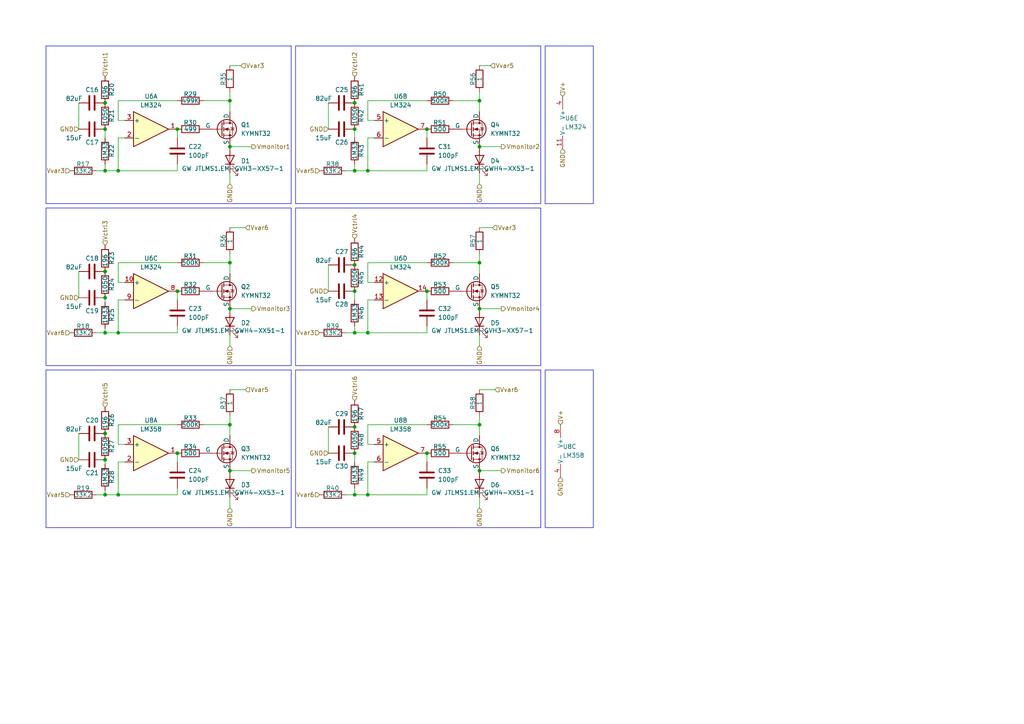
<source format=kicad_sch>
(kicad_sch (version 20240417) (generator "eeschema") (generator_version "8.99")
  (paper "A4")
  (lib_symbols
    (symbol "Amplifier_Operational:LM324" (pin_names (offset 0.127))
      (property "Reference" "U" (at 0 5.08 0))
      (property "Value" "LM324" (at 0 -5.08 0))
      (symbol "LM324_1_1"
        (pin output line (at 7.62 0 180) (length 2.54) (name "~") (number "1"))
        (pin input line (at -7.62 -2.54 0) (length 2.54) (name "-") (number "2"))
        (pin input line (at -7.62 2.54 0) (length 2.54) (name "+") (number "3"))
      )
      (symbol "LM324_2_1"
        (pin input line (at -7.62 2.54 0) (length 2.54) (name "+") (number "5"))
        (pin input line (at -7.62 -2.54 0) (length 2.54) (name "-") (number "6"))
        (pin output line (at 7.62 0 180) (length 2.54) (name "~") (number "7"))
      )
      (symbol "LM324_3_1"
        (pin input line (at -7.62 2.54 0) (length 2.54) (name "+") (number "10"))
        (pin output line (at 7.62 0 180) (length 2.54) (name "~") (number "8"))
        (pin input line (at -7.62 -2.54 0) (length 2.54) (name "-") (number "9"))
      )
      (symbol "LM324_4_1"
        (pin input line (at -7.62 2.54 0) (length 2.54) (name "+") (number "12"))
        (pin input line (at -7.62 -2.54 0) (length 2.54) (name "-") (number "13"))
        (pin output line (at 7.62 0 180) (length 2.54) (name "~") (number "14"))
      )
      (symbol "LM324_5_1"
        (pin power_in line (at -2.54 -7.62 90) (length 3.81) (name "V-") (number "11"))
        (pin power_in line (at -2.54 7.62 270) (length 3.81) (name "V+") (number "4"))
      )
    )
    (symbol "Amplifier_Operational:LM358" (pin_names (offset 0.127))
      (property "Reference" "U" (at 0 5.08 0))
      (property "Value" "LM358" (at 0 -5.08 0))
      (symbol "LM358_1_1"
        (pin output line (at 7.62 0 180) (length 2.54) (name "~") (number "1"))
        (pin input line (at -7.62 -2.54 0) (length 2.54) (name "-") (number "2"))
        (pin input line (at -7.62 2.54 0) (length 2.54) (name "+") (number "3"))
      )
      (symbol "LM358_2_1"
        (pin input line (at -7.62 2.54 0) (length 2.54) (name "+") (number "5"))
        (pin input line (at -7.62 -2.54 0) (length 2.54) (name "-") (number "6"))
        (pin output line (at 7.62 0 180) (length 2.54) (name "~") (number "7"))
      )
      (symbol "LM358_3_1"
        (pin power_in line (at -2.54 -7.62 90) (length 3.81) (name "V-") (number "4"))
        (pin power_in line (at -2.54 7.62 270) (length 3.81) (name "V+") (number "8"))
      )
    )
    (symbol "Device:C" (pin_numbers hide) (pin_names (offset 0.254))
      (property "Reference" "C" (at 0.635 2.54 0))
      (property "Value" "C" (at 0.635 -2.54 0))
      (symbol "C_1_1"
        (pin passive line (at 0 3.81 270) (length 2.794) (name "~") (number "1"))
        (pin passive line (at 0 -3.81 90) (length 2.794) (name "~") (number "2"))
      )
    )
    (symbol "Device:LED" (pin_numbers hide) (pin_names (offset 1.016) hide)
      (property "Reference" "D" (at 0 2.54 0))
      (property "Value" "LED" (at 0 -2.54 0))
      (symbol "LED_1_1"
        (pin passive line (at -3.81 0 0) (length 2.54) (name "K") (number "1"))
        (pin passive line (at 3.81 0 180) (length 2.54) (name "A") (number "2"))
      )
    )
    (symbol "Device:R" (pin_numbers hide) (pin_names (offset 0))
      (property "Reference" "R" (at 2.032 0 90))
      (property "Value" "R" (at 0 0 90))
      (symbol "R_1_1"
        (pin passive line (at 0 3.81 270) (length 1.27) (name "~") (number "1"))
        (pin passive line (at 0 -3.81 90) (length 1.27) (name "~") (number "2"))
      )
    )
    (symbol "Simulation_SPICE:NMOS" (pin_numbers hide) (pin_names (offset 0))
      (property "Reference" "Q" (at 5.08 1.27 0))
      (property "Value" "NMOS" (at 5.08 -1.27 0))
      (symbol "NMOS_1_1"
        (pin passive line (at 2.54 5.08 270) (length 2.54) (name "D") (number "1"))
        (pin input line (at -5.08 0 0) (length 2.54) (name "G") (number "2"))
        (pin passive line (at 2.54 -5.08 90) (length 2.54) (name "S") (number "3"))
      )
    )
  )
  (rectangle (start 158.115 13.335) (end 172.085 59.055))
  (rectangle (start 158.115 107.315) (end 172.085 153.035))
  (rectangle (start 85.725 107.315) (end 156.845 153.035))
  (rectangle (start 13.335 107.315) (end 84.455 153.035))
  (rectangle (start 13.335 13.335) (end 84.455 59.055))
  (rectangle (start 85.725 60.325) (end 156.845 106.045))
  (rectangle (start 13.335 60.325) (end 84.455 106.045))
  (rectangle (start 85.725 13.335) (end 156.845 59.055))
  (junction (at 106.68 96.52))
  (junction (at 30.48 37.465))
  (junction (at 30.48 125.73))
  (junction (at 102.87 49.53))
  (junction (at 30.48 78.74))
  (junction (at 34.29 49.53))
  (junction (at 30.48 143.51))
  (junction (at 34.29 96.52))
  (junction (at 66.675 42.545))
  (junction (at 139.065 29.21))
  (junction (at 66.675 76.2))
  (junction (at 51.435 84.455))
  (junction (at 139.065 123.19))
  (junction (at 30.48 29.845))
  (junction (at 102.87 37.465))
  (junction (at 34.29 143.51))
  (junction (at 30.48 49.53))
  (junction (at 123.825 131.445))
  (junction (at 102.87 76.835))
  (junction (at 51.435 37.465))
  (junction (at 102.87 29.845))
  (junction (at 102.87 143.51))
  (junction (at 66.675 123.19))
  (junction (at 123.825 84.455))
  (junction (at 106.68 143.51))
  (junction (at 102.87 131.445))
  (junction (at 106.68 49.53))
  (junction (at 66.675 89.535))
  (junction (at 66.675 29.21))
  (junction (at 66.675 136.525))
  (junction (at 30.48 86.36))
  (junction (at 30.48 133.35))
  (junction (at 102.87 123.825))
  (junction (at 139.065 136.525))
  (junction (at 139.065 89.535))
  (junction (at 51.435 131.445))
  (junction (at 139.065 42.545))
  (junction (at 139.065 76.2))
  (junction (at 102.87 96.52))
  (junction (at 123.825 37.465))
  (junction (at 30.48 96.52))
  (junction (at 102.87 84.455))
  (wire (pts (xy 102.87 37.465) (xy 102.87 40.005)))
  (wire (pts (xy 123.825 49.53) (xy 106.68 49.53)))
  (wire (pts (xy 27.94 96.52) (xy 30.48 96.52)))
  (wire (pts (xy 34.29 133.985) (xy 36.195 133.985)))
  (wire (pts (xy 123.825 143.51) (xy 106.68 143.51)))
  (wire (pts (xy 51.435 86.995) (xy 51.435 84.455)))
  (wire (pts (xy 30.48 47.625) (xy 30.48 49.53)))
  (wire (pts (xy 95.25 123.825) (xy 95.25 131.445)))
  (wire (pts (xy 66.675 147.32) (xy 66.675 144.145)))
  (wire (pts (xy 22.86 29.845) (xy 22.86 37.465)))
  (wire (pts (xy 34.29 86.995) (xy 36.195 86.995)))
  (wire (pts (xy 139.065 147.32) (xy 139.065 144.145)))
  (wire (pts (xy 123.825 40.005) (xy 123.825 37.465)))
  (wire (pts (xy 66.675 123.19) (xy 66.675 126.365)))
  (wire (pts (xy 95.25 29.845) (xy 95.25 37.465)))
  (wire (pts (xy 51.435 76.2) (xy 34.29 76.2)))
  (wire (pts (xy 143.51 113.03) (xy 139.065 113.03)))
  (wire (pts (xy 51.435 40.005) (xy 51.435 37.465)))
  (wire (pts (xy 30.48 49.53) (xy 34.29 49.53)))
  (wire (pts (xy 66.675 136.525) (xy 73.025 136.525)))
  (wire (pts (xy 139.065 42.545) (xy 145.415 42.545)))
  (wire (pts (xy 123.825 49.53) (xy 123.825 47.625)))
  (wire (pts (xy 59.055 76.2) (xy 66.675 76.2)))
  (wire (pts (xy 51.435 133.985) (xy 51.435 131.445)))
  (wire (pts (xy 27.94 49.53) (xy 30.48 49.53)))
  (wire (pts (xy 30.48 37.465) (xy 30.48 40.005)))
  (wire (pts (xy 34.29 143.51) (xy 34.29 133.985)))
  (wire (pts (xy 51.435 143.51) (xy 51.435 141.605)))
  (wire (pts (xy 22.86 125.73) (xy 22.86 133.35)))
  (wire (pts (xy 123.825 96.52) (xy 123.825 94.615)))
  (wire (pts (xy 106.68 128.905) (xy 108.585 128.905)))
  (wire (pts (xy 66.675 53.34) (xy 66.675 50.165)))
  (wire (pts (xy 106.68 34.925) (xy 108.585 34.925)))
  (wire (pts (xy 102.87 49.53) (xy 106.68 49.53)))
  (wire (pts (xy 30.48 133.35) (xy 30.48 134.62)))
  (wire (pts (xy 106.68 81.915) (xy 108.585 81.915)))
  (wire (pts (xy 51.435 143.51) (xy 34.29 143.51)))
  (wire (pts (xy 142.875 66.04) (xy 139.065 66.04)))
  (wire (pts (xy 27.94 143.51) (xy 30.48 143.51)))
  (wire (pts (xy 123.825 29.21) (xy 106.68 29.21)))
  (wire (pts (xy 30.48 96.52) (xy 34.29 96.52)))
  (wire (pts (xy 51.435 96.52) (xy 34.29 96.52)))
  (wire (pts (xy 34.29 96.52) (xy 34.29 86.995)))
  (wire (pts (xy 66.675 89.535) (xy 73.025 89.535)))
  (wire (pts (xy 139.065 120.65) (xy 139.065 123.19)))
  (wire (pts (xy 139.065 53.34) (xy 139.065 50.165)))
  (wire (pts (xy 69.85 19.05) (xy 66.675 19.05)))
  (wire (pts (xy 139.065 76.2) (xy 139.065 79.375)))
  (wire (pts (xy 66.675 29.21) (xy 66.675 32.385)))
  (wire (pts (xy 51.435 49.53) (xy 34.29 49.53)))
  (wire (pts (xy 102.87 94.615) (xy 102.87 96.52)))
  (wire (pts (xy 131.445 76.2) (xy 139.065 76.2)))
  (wire (pts (xy 100.33 143.51) (xy 102.87 143.51)))
  (wire (pts (xy 34.29 29.21) (xy 34.29 34.925)))
  (wire (pts (xy 66.675 73.66) (xy 66.675 76.2)))
  (wire (pts (xy 95.25 76.835) (xy 95.25 84.455)))
  (wire (pts (xy 106.68 96.52) (xy 106.68 86.995)))
  (wire (pts (xy 34.29 76.2) (xy 34.29 81.915)))
  (wire (pts (xy 30.48 95.25) (xy 30.48 96.52)))
  (wire (pts (xy 106.68 76.2) (xy 106.68 81.915)))
  (wire (pts (xy 102.87 96.52) (xy 106.68 96.52)))
  (wire (pts (xy 131.445 123.19) (xy 139.065 123.19)))
  (wire (pts (xy 34.29 40.005) (xy 36.195 40.005)))
  (wire (pts (xy 139.065 123.19) (xy 139.065 126.365)))
  (wire (pts (xy 71.12 113.03) (xy 66.675 113.03)))
  (wire (pts (xy 66.675 76.2) (xy 66.675 79.375)))
  (wire (pts (xy 34.29 81.915) (xy 36.195 81.915)))
  (wire (pts (xy 106.68 143.51) (xy 106.68 133.985)))
  (wire (pts (xy 139.065 136.525) (xy 145.415 136.525)))
  (wire (pts (xy 106.68 123.19) (xy 106.68 128.905)))
  (wire (pts (xy 123.825 143.51) (xy 123.825 141.605)))
  (wire (pts (xy 59.055 29.21) (xy 66.675 29.21)))
  (wire (pts (xy 106.68 49.53) (xy 106.68 40.005)))
  (wire (pts (xy 102.87 143.51) (xy 106.68 143.51)))
  (wire (pts (xy 66.675 26.67) (xy 66.675 29.21)))
  (wire (pts (xy 123.825 76.2) (xy 106.68 76.2)))
  (wire (pts (xy 51.435 29.21) (xy 34.29 29.21)))
  (wire (pts (xy 100.33 96.52) (xy 102.87 96.52)))
  (wire (pts (xy 34.29 34.925) (xy 36.195 34.925)))
  (wire (pts (xy 123.825 96.52) (xy 106.68 96.52)))
  (wire (pts (xy 30.48 86.36) (xy 30.48 87.63)))
  (wire (pts (xy 51.435 96.52) (xy 51.435 94.615)))
  (wire (pts (xy 106.68 40.005) (xy 108.585 40.005)))
  (wire (pts (xy 139.065 73.66) (xy 139.065 76.2)))
  (wire (pts (xy 66.675 120.65) (xy 66.675 123.19)))
  (wire (pts (xy 123.825 123.19) (xy 106.68 123.19)))
  (wire (pts (xy 139.065 89.535) (xy 145.415 89.535)))
  (wire (pts (xy 102.87 141.605) (xy 102.87 143.51)))
  (wire (pts (xy 66.675 66.04) (xy 71.12 66.04)))
  (wire (pts (xy 34.29 49.53) (xy 34.29 40.005)))
  (wire (pts (xy 51.435 49.53) (xy 51.435 47.625)))
  (wire (pts (xy 131.445 29.21) (xy 139.065 29.21)))
  (wire (pts (xy 51.435 123.19) (xy 34.29 123.19)))
  (wire (pts (xy 22.86 78.74) (xy 22.86 86.36)))
  (wire (pts (xy 139.065 29.21) (xy 139.065 32.385)))
  (wire (pts (xy 123.825 86.995) (xy 123.825 84.455)))
  (wire (pts (xy 106.68 29.21) (xy 106.68 34.925)))
  (wire (pts (xy 34.29 128.905) (xy 36.195 128.905)))
  (wire (pts (xy 102.87 131.445) (xy 102.87 133.985)))
  (wire (pts (xy 102.87 84.455) (xy 102.87 86.995)))
  (wire (pts (xy 106.68 86.995) (xy 108.585 86.995)))
  (wire (pts (xy 30.48 142.24) (xy 30.48 143.51)))
  (wire (pts (xy 102.87 47.625) (xy 102.87 49.53)))
  (wire (pts (xy 142.24 19.05) (xy 139.065 19.05)))
  (wire (pts (xy 66.675 42.545) (xy 73.025 42.545)))
  (wire (pts (xy 59.055 123.19) (xy 66.675 123.19)))
  (wire (pts (xy 123.825 133.985) (xy 123.825 131.445)))
  (wire (pts (xy 139.065 100.33) (xy 139.065 97.155)))
  (wire (pts (xy 100.33 49.53) (xy 102.87 49.53)))
  (wire (pts (xy 30.48 143.51) (xy 34.29 143.51)))
  (wire (pts (xy 66.675 100.33) (xy 66.675 97.155)))
  (wire (pts (xy 139.065 26.67) (xy 139.065 29.21)))
  (wire (pts (xy 106.68 133.985) (xy 108.585 133.985)))
  (wire (pts (xy 34.29 123.19) (xy 34.29 128.905)))
  (hierarchical_label "GND" (shape input) (at 139.065 100.33 270))
  (hierarchical_label "Vvar3" (shape input) (at 142.875 66.04 0))
  (hierarchical_label "GND" (shape input) (at 162.56 138.43 270))
  (hierarchical_label "Vmonitor6" (shape output) (at 145.415 136.525 0))
  (hierarchical_label "Vvar6" (shape input) (at 20.32 96.52 180))
  (hierarchical_label "Vmonitor3" (shape output) (at 73.025 89.535 0))
  (hierarchical_label "Vvar5" (shape input) (at 71.12 113.03 0))
  (hierarchical_label "Vctrl3" (shape input) (at 30.48 71.12 90))
  (hierarchical_label "GND" (shape input) (at 22.86 133.35 180))
  (hierarchical_label "V+" (shape input) (at 162.56 123.19 90))
  (hierarchical_label "Vctrl6" (shape input) (at 102.87 116.205 90))
  (hierarchical_label "GND" (shape input) (at 95.25 131.445 180))
  (hierarchical_label "Vctrl1" (shape input) (at 30.48 22.225 90))
  (hierarchical_label "Vmonitor2" (shape output) (at 145.415 42.545 0))
  (hierarchical_label "GND" (shape input) (at 95.25 37.465 180))
  (hierarchical_label "Vvar5" (shape input) (at 92.71 49.53 180))
  (hierarchical_label "GND" (shape input) (at 139.065 147.32 270))
  (hierarchical_label "Vctrl2" (shape input) (at 102.87 22.225 90))
  (hierarchical_label "Vvar6" (shape input) (at 143.51 113.03 0))
  (hierarchical_label "Vvar6" (shape input) (at 71.12 66.04 0))
  (hierarchical_label "GND" (shape input) (at 22.86 37.465 180))
  (hierarchical_label "Vctrl5" (shape input) (at 30.48 118.11 90))
  (hierarchical_label "GND" (shape input) (at 22.86 86.36 180))
  (hierarchical_label "Vvar3" (shape input) (at 92.71 96.52 180))
  (hierarchical_label "Vctrl4" (shape input) (at 102.87 69.215 90))
  (hierarchical_label "Vmonitor5" (shape output) (at 73.025 136.525 0))
  (hierarchical_label "Vvar3" (shape input) (at 69.85 19.05 0))
  (hierarchical_label "GND" (shape input) (at 66.675 53.34 270))
  (hierarchical_label "Vmonitor1" (shape output) (at 73.025 42.545 0))
  (hierarchical_label "Vmonitor4" (shape output) (at 145.415 89.535 0))
  (hierarchical_label "GND" (shape input) (at 66.675 147.32 270))
  (hierarchical_label "GND" (shape input) (at 66.675 100.33 270))
  (hierarchical_label "V+" (shape input) (at 163.195 27.94 90))
  (hierarchical_label "Vvar5" (shape input) (at 20.32 143.51 180))
  (hierarchical_label "GND" (shape input) (at 139.065 53.34 270))
  (hierarchical_label "Vvar5" (shape input) (at 142.24 19.05 0))
  (hierarchical_label "Vvar3" (shape input) (at 20.32 49.53 180))
  (hierarchical_label "GND" (shape input) (at 95.25 84.455 180))
  (hierarchical_label "GND" (shape input) (at 163.195 43.18 270))
  (hierarchical_label "Vvar6" (shape input) (at 92.71 143.51 180))
  (symbol (lib_id "Device:LED") (at 139.065 46.355 90) (unit 1)
    (property "Reference" "D4" (at 142.24 46.6724 90) (effects (justify right)))
    (property "Value" "GW JTLMS1.EM-GWH4-XX53-1" (at 125.095 48.895 90) (effects (justify right)))
    (property "Footprint" "LED_SMD:LED_PLCC_2835_Handsoldering" (effects (hide yes)))
    (property "Description" "Light emitting diode" (effects (hide yes)))
    (instances (project "fluorite" (path "" (reference "D4") (unit 1)) (path "" (reference "D16") (unit 1)) (path "" (reference "D10") (unit 1)) (path "" (reference "D23") (unit 1)) (path "" (reference "D35") (unit 1)) (path "" (reference "D29") (unit 1))))
  )
  (symbol (lib_id "Device:R") (at 127.635 131.445 90) (unit 1)
    (property "Reference" "R55" (at 129.54 129.54 90) (effects (justify left)))
    (property "Value" "500" (at 129.54 131.445 90) (effects (justify left)))
    (property "Description" "Resistor" (effects (hide yes)))
    (instances (project "fluorite" (path "" (reference "R55") (unit 1)) (path "" (reference "R139") (unit 1)) (path "" (reference "R97") (unit 1)) (path "" (reference "R202") (unit 1)) (path "" (reference "R296") (unit 1)) (path "" (reference "R244") (unit 1))))
  )
  (symbol (lib_id "Device:R") (at 102.87 90.805 0) (unit 1)
    (property "Reference" "R46" (at 104.775 92.71 90) (effects (justify left)))
    (property "Value" "1M33" (at 102.87 93.345 90) (effects (justify left)))
    (property "Description" "Resistor" (effects (hide yes)))
    (instances (project "fluorite" (path "" (reference "R46") (unit 1)) (path "" (reference "R130") (unit 1)) (path "" (reference "R88") (unit 1)) (path "" (reference "R193") (unit 1)) (path "" (reference "R277") (unit 1)) (path "" (reference "R235") (unit 1))))
  )
  (symbol (lib_id "Device:R") (at 96.52 143.51 90) (unit 1)
    (property "Reference" "R40" (at 98.425 141.605 90) (effects (justify left)))
    (property "Value" "33K2" (at 99.06 143.51 90) (effects (justify left)))
    (property "Description" "Resistor" (effects (hide yes)))
    (instances (project "fluorite" (path "" (reference "R40") (unit 1)) (path "" (reference "R124") (unit 1)) (path "" (reference "R82") (unit 1)) (path "" (reference "R187") (unit 1)) (path "" (reference "R271") (unit 1)) (path "" (reference "R229") (unit 1))))
  )
  (symbol (lib_id "Device:R") (at 66.675 116.84 180) (unit 1)
    (property "Reference" "R37" (at 64.77 114.935 90) (effects (justify left)))
    (property "Value" "1" (at 66.675 116.205 90) (effects (justify left)))
    (property "Description" "Resistor" (effects (hide yes)))
    (instances (project "fluorite" (path "" (reference "R37") (unit 1)) (path "" (reference "R121") (unit 1)) (path "" (reference "R79") (unit 1)) (path "" (reference "R184") (unit 1)) (path "" (reference "R268") (unit 1)) (path "" (reference "R226") (unit 1))))
  )
  (symbol (lib_id "Simulation_SPICE:NMOS") (at 64.135 37.465 0) (unit 1)
    (property "Reference" "Q1" (at 69.85 36.1949 0) (effects (justify left)))
    (property "Value" "KYMNT32" (at 69.85 38.7349 0) (effects (justify left)))
    (property "Datasheet" "https://ngspice.sourceforge.io/docs/ngspice-manual.pdf" (effects (hide yes)))
    (property "Description" "N-MOSFET transistor, drain/source/gate" (effects (hide yes)))
    (property "Sim.Device" "NMOS" (effects (hide yes)))
    (property "Sim.Type" "VDMOS" (effects (hide yes)))
    (property "Sim.Pins" "1=D 2=G 3=S" (effects (hide yes)))
    (instances (project "fluorite" (path "" (reference "Q1") (unit 1)) (path "" (reference "Q13") (unit 1)) (path "" (reference "Q7") (unit 1)) (path "" (reference "Q19") (unit 1)) (path "" (reference "Q31") (unit 1)) (path "" (reference "Q25") (unit 1))))
  )
  (symbol (lib_id "Device:R") (at 24.13 49.53 90) (unit 1)
    (property "Reference" "R17" (at 26.035 47.625 90) (effects (justify left)))
    (property "Value" "33K2" (at 26.67 49.53 90) (effects (justify left)))
    (property "Description" "Resistor" (effects (hide yes)))
    (instances (project "fluorite" (path "" (reference "R17") (unit 1)) (path "" (reference "R101") (unit 1)) (path "" (reference "R59") (unit 1)) (path "" (reference "R164") (unit 1)) (path "" (reference "R248") (unit 1)) (path "" (reference "R206") (unit 1))))
  )
  (symbol (lib_id "Device:R") (at 127.635 84.455 90) (unit 1)
    (property "Reference" "R53" (at 129.54 82.55 90) (effects (justify left)))
    (property "Value" "500" (at 129.54 84.455 90) (effects (justify left)))
    (property "Description" "Resistor" (effects (hide yes)))
    (instances (project "fluorite" (path "" (reference "R53") (unit 1)) (path "" (reference "R137") (unit 1)) (path "" (reference "R95") (unit 1)) (path "" (reference "R200") (unit 1)) (path "" (reference "R294") (unit 1)) (path "" (reference "R242") (unit 1))))
  )
  (symbol (lib_id "Device:C") (at 123.825 137.795 0) (unit 1)
    (property "Reference" "C33" (at 127 136.5249 0) (effects (justify left)))
    (property "Value" "100pF" (at 127 139.0649 0) (effects (justify left)))
    (property "Description" "Unpolarized capacitor" (effects (hide yes)))
    (instances (project "fluorite" (path "" (reference "C33") (unit 1)) (path "" (reference "C69") (unit 1)) (path "" (reference "C51") (unit 1)) (path "" (reference "C118") (unit 1)) (path "" (reference "C157") (unit 1)) (path "" (reference "C139") (unit 1))))
  )
  (symbol (lib_id "Device:R") (at 102.87 26.035 0) (unit 1)
    (property "Reference" "R41" (at 104.775 27.94 90) (effects (justify left)))
    (property "Value" "196" (at 102.87 28.575 90) (effects (justify left)))
    (property "Description" "Resistor" (effects (hide yes)))
    (instances (project "fluorite" (path "" (reference "R41") (unit 1)) (path "" (reference "R125") (unit 1)) (path "" (reference "R83") (unit 1)) (path "" (reference "R188") (unit 1)) (path "" (reference "R272") (unit 1)) (path "" (reference "R230") (unit 1))))
  )
  (symbol (lib_id "Device:R") (at 55.245 37.465 90) (unit 1)
    (property "Reference" "R30" (at 57.15 35.56 90) (effects (justify left)))
    (property "Value" "499" (at 57.15 37.465 90) (effects (justify left)))
    (property "Description" "Resistor" (effects (hide yes)))
    (instances (project "fluorite" (path "" (reference "R30") (unit 1)) (path "" (reference "R114") (unit 1)) (path "" (reference "R72") (unit 1)) (path "" (reference "R177") (unit 1)) (path "" (reference "R261") (unit 1)) (path "" (reference "R219") (unit 1))))
  )
  (symbol (lib_id "Device:C") (at 26.67 37.465 270) (unit 1)
    (property "Reference" "C17" (at 24.765 41.275 90) (effects (justify left)))
    (property "Value" "15uF" (at 19.05 40.005 90) (effects (justify left)))
    (property "Description" "Unpolarized capacitor" (effects (hide yes)))
    (instances (project "fluorite" (path "" (reference "C17") (unit 1)) (path "" (reference "C53") (unit 1)) (path "" (reference "C35") (unit 1)) (path "" (reference "C102") (unit 1)) (path "" (reference "C141") (unit 1)) (path "" (reference "C120") (unit 1))))
  )
  (symbol (lib_id "Device:LED") (at 139.065 140.335 90) (unit 1)
    (property "Reference" "D6" (at 142.24 140.6524 90) (effects (justify right)))
    (property "Value" "GW JTLMS1.EM-GWH4-XX51-1" (at 125.095 142.875 90) (effects (justify right)))
    (property "Footprint" "LED_SMD:LED_PLCC_2835_Handsoldering" (effects (hide yes)))
    (property "Description" "Light emitting diode" (effects (hide yes)))
    (instances (project "fluorite" (path "" (reference "D6") (unit 1)) (path "" (reference "D18") (unit 1)) (path "" (reference "D12") (unit 1)) (path "" (reference "D25") (unit 1)) (path "" (reference "D37") (unit 1)) (path "" (reference "D31") (unit 1))))
  )
  (symbol (lib_id "Amplifier_Operational:LM324") (at 116.205 84.455 0) (unit 4)
    (property "Reference" "U6" (at 116.205 74.93 0))
    (property "Value" "LM324" (at 116.205 77.47 0))
    (property "Datasheet" "http://www.ti.com/lit/ds/symlink/lm2902-n.pdf" (effects (hide yes)))
    (property "Description" "Low-Power, Quad-Operational Amplifiers, DIP-14/SOIC-14/SSOP-14" (effects (hide yes)))
    (instances (project "fluorite" (path "" (reference "U6") (unit 4)) (path "" (reference "U14") (unit 4)) (path "" (reference "U9") (unit 4)) (path "" (reference "U23") (unit 4)) (path "" (reference "U30") (unit 4)) (path "" (reference "U28") (unit 4))))
  )
  (symbol (lib_id "Amplifier_Operational:LM358") (at 165.1 130.81 0) (unit 3)
    (property "Reference" "U8" (at 163.195 129.5399 0) (effects (justify left)))
    (property "Value" "LM358" (at 163.195 132.0799 0) (effects (justify left)))
    (property "Datasheet" "http://www.ti.com/lit/ds/symlink/lm2904-n.pdf" (effects (hide yes)))
    (property "Description" "Low-Power, Dual Operational Amplifiers, DIP-8/SOIC-8/TO-99-8" (effects (hide yes)))
    (instances (project "fluorite" (path "" (reference "U8") (unit 3)) (path "" (reference "U15") (unit 3)) (path "" (reference "U13") (unit 3)) (path "" (reference "U25") (unit 3)) (path "" (reference "U29") (unit 3)) (path "" (reference "U29") (unit 3))))
  )
  (symbol (lib_id "Amplifier_Operational:LM324") (at 116.205 37.465 0) (unit 2)
    (property "Reference" "U6" (at 116.205 27.94 0))
    (property "Value" "LM324" (at 116.205 30.48 0))
    (property "Datasheet" "http://www.ti.com/lit/ds/symlink/lm2902-n.pdf" (effects (hide yes)))
    (property "Description" "Low-Power, Quad-Operational Amplifiers, DIP-14/SOIC-14/SSOP-14" (effects (hide yes)))
    (instances (project "fluorite" (path "" (reference "U6") (unit 2)) (path "" (reference "U14") (unit 2)) (path "" (reference "U9") (unit 2)) (path "" (reference "U22") (unit 2)) (path "" (reference "U30") (unit 2)) (path "" (reference "U27") (unit 2))))
  )
  (symbol (lib_id "Device:C") (at 26.67 86.36 270) (unit 1)
    (property "Reference" "C19" (at 24.765 90.17 90) (effects (justify left)))
    (property "Value" "15uF" (at 19.05 88.9 90) (effects (justify left)))
    (property "Description" "Unpolarized capacitor" (effects (hide yes)))
    (instances (project "fluorite" (path "" (reference "C19") (unit 1)) (path "" (reference "C55") (unit 1)) (path "" (reference "C37") (unit 1)) (path "" (reference "C104") (unit 1)) (path "" (reference "C143") (unit 1)) (path "" (reference "C122") (unit 1))))
  )
  (symbol (lib_id "Device:C") (at 26.67 78.74 270) (unit 1)
    (property "Reference" "C18" (at 24.765 74.93 90) (effects (justify left)))
    (property "Value" "82uF" (at 19.05 77.47 90) (effects (justify left)))
    (property "Description" "Unpolarized capacitor" (effects (hide yes)))
    (instances (project "fluorite" (path "" (reference "C18") (unit 1)) (path "" (reference "C54") (unit 1)) (path "" (reference "C36") (unit 1)) (path "" (reference "C103") (unit 1)) (path "" (reference "C142") (unit 1)) (path "" (reference "C121") (unit 1))))
  )
  (symbol (lib_id "Device:R") (at 24.13 143.51 90) (unit 1)
    (property "Reference" "R19" (at 26.035 141.605 90) (effects (justify left)))
    (property "Value" "33K2" (at 26.67 143.51 90) (effects (justify left)))
    (property "Description" "Resistor" (effects (hide yes)))
    (instances (project "fluorite" (path "" (reference "R19") (unit 1)) (path "" (reference "R103") (unit 1)) (path "" (reference "R61") (unit 1)) (path "" (reference "R166") (unit 1)) (path "" (reference "R250") (unit 1)) (path "" (reference "R208") (unit 1))))
  )
  (symbol (lib_id "Device:C") (at 123.825 43.815 0) (unit 1)
    (property "Reference" "C31" (at 127 42.5449 0) (effects (justify left)))
    (property "Value" "100pF" (at 127 45.0849 0) (effects (justify left)))
    (property "Description" "Unpolarized capacitor" (effects (hide yes)))
    (instances (project "fluorite" (path "" (reference "C31") (unit 1)) (path "" (reference "C67") (unit 1)) (path "" (reference "C49") (unit 1)) (path "" (reference "C116") (unit 1)) (path "" (reference "C155") (unit 1)) (path "" (reference "C137") (unit 1))))
  )
  (symbol (lib_id "Device:C") (at 99.06 123.825 270) (unit 1)
    (property "Reference" "C29" (at 97.155 120.015 90) (effects (justify left)))
    (property "Value" "82uF" (at 91.44 122.555 90) (effects (justify left)))
    (property "Description" "Unpolarized capacitor" (effects (hide yes)))
    (instances (project "fluorite" (path "" (reference "C29") (unit 1)) (path "" (reference "C65") (unit 1)) (path "" (reference "C47") (unit 1)) (path "" (reference "C114") (unit 1)) (path "" (reference "C153") (unit 1)) (path "" (reference "C135") (unit 1))))
  )
  (symbol (lib_id "Amplifier_Operational:LM324") (at 165.735 35.56 0) (unit 5)
    (property "Reference" "U6" (at 163.83 34.2899 0) (effects (justify left)))
    (property "Value" "LM324" (at 163.83 36.8299 0) (effects (justify left)))
    (property "Datasheet" "http://www.ti.com/lit/ds/symlink/lm2902-n.pdf" (effects (hide yes)))
    (property "Description" "Low-Power, Quad-Operational Amplifiers, DIP-14/SOIC-14/SSOP-14" (effects (hide yes)))
    (instances (project "fluorite" (path "" (reference "U6") (unit 5)) (path "" (reference "U14") (unit 5)) (path "" (reference "U9") (unit 5)) (path "" (reference "U26") (unit 5)) (path "" (reference "U30") (unit 5)) (path "" (reference "U30") (unit 5))))
  )
  (symbol (lib_id "Device:R") (at 96.52 96.52 90) (unit 1)
    (property "Reference" "R39" (at 98.425 94.615 90) (effects (justify left)))
    (property "Value" "33K2" (at 99.06 96.52 90) (effects (justify left)))
    (property "Description" "Resistor" (effects (hide yes)))
    (instances (project "fluorite" (path "" (reference "R39") (unit 1)) (path "" (reference "R123") (unit 1)) (path "" (reference "R81") (unit 1)) (path "" (reference "R186") (unit 1)) (path "" (reference "R270") (unit 1)) (path "" (reference "R228") (unit 1))))
  )
  (symbol (lib_id "Device:R") (at 55.245 76.2 90) (unit 1)
    (property "Reference" "R31" (at 57.15 74.295 90) (effects (justify left)))
    (property "Value" "500K" (at 57.785 76.2 90) (effects (justify left)))
    (property "Description" "Resistor" (effects (hide yes)))
    (instances (project "fluorite" (path "" (reference "R31") (unit 1)) (path "" (reference "R115") (unit 1)) (path "" (reference "R73") (unit 1)) (path "" (reference "R178") (unit 1)) (path "" (reference "R262") (unit 1)) (path "" (reference "R220") (unit 1))))
  )
  (symbol (lib_id "Device:R") (at 30.48 138.43 0) (unit 1)
    (property "Reference" "R28" (at 32.385 140.335 90) (effects (justify left)))
    (property "Value" "1M33" (at 30.48 140.97 90) (effects (justify left)))
    (property "Description" "Resistor" (effects (hide yes)))
    (instances (project "fluorite" (path "" (reference "R28") (unit 1)) (path "" (reference "R112") (unit 1)) (path "" (reference "R70") (unit 1)) (path "" (reference "R175") (unit 1)) (path "" (reference "R259") (unit 1)) (path "" (reference "R217") (unit 1))))
  )
  (symbol (lib_id "Device:R") (at 55.245 84.455 90) (unit 1)
    (property "Reference" "R32" (at 57.15 82.55 90) (effects (justify left)))
    (property "Value" "500" (at 57.15 84.455 90) (effects (justify left)))
    (property "Description" "Resistor" (effects (hide yes)))
    (instances (project "fluorite" (path "" (reference "R32") (unit 1)) (path "" (reference "R116") (unit 1)) (path "" (reference "R74") (unit 1)) (path "" (reference "R179") (unit 1)) (path "" (reference "R263") (unit 1)) (path "" (reference "R221") (unit 1))))
  )
  (symbol (lib_id "Device:C") (at 51.435 90.805 0) (unit 1)
    (property "Reference" "C23" (at 54.61 89.5349 0) (effects (justify left)))
    (property "Value" "100pF" (at 54.61 92.0749 0) (effects (justify left)))
    (property "Description" "Unpolarized capacitor" (effects (hide yes)))
    (instances (project "fluorite" (path "" (reference "C23") (unit 1)) (path "" (reference "C59") (unit 1)) (path "" (reference "C41") (unit 1)) (path "" (reference "C108") (unit 1)) (path "" (reference "C147") (unit 1)) (path "" (reference "C129") (unit 1))))
  )
  (symbol (lib_id "Device:LED") (at 66.675 46.355 90) (unit 1)
    (property "Reference" "D1" (at 69.85 46.6724 90) (effects (justify right)))
    (property "Value" "GW JTLMS1.EM-GVH3-XX57-1" (at 52.705 48.895 90) (effects (justify right)))
    (property "Footprint" "LED_SMD:LED_PLCC_2835_Handsoldering" (effects (hide yes)))
    (property "Description" "Light emitting diode" (effects (hide yes)))
    (instances (project "fluorite" (path "" (reference "D1") (unit 1)) (path "" (reference "D13") (unit 1)) (path "" (reference "D7") (unit 1)) (path "" (reference "D20") (unit 1)) (path "" (reference "D32") (unit 1)) (path "" (reference "D26") (unit 1))))
  )
  (symbol (lib_id "Amplifier_Operational:LM358") (at 116.205 131.445 0) (unit 2)
    (property "Reference" "U8" (at 116.205 121.92 0))
    (property "Value" "LM358" (at 116.205 124.46 0))
    (property "Datasheet" "http://www.ti.com/lit/ds/symlink/lm2904-n.pdf" (effects (hide yes)))
    (property "Description" "Low-Power, Dual Operational Amplifiers, DIP-8/SOIC-8/TO-99-8" (effects (hide yes)))
    (instances (project "fluorite" (path "" (reference "U8") (unit 2)) (path "" (reference "U15") (unit 2)) (path "" (reference "U13") (unit 2)) (path "" (reference "U21") (unit 2)) (path "" (reference "U29") (unit 2)) (path "" (reference "U25") (unit 2))))
  )
  (symbol (lib_id "Device:R") (at 102.87 80.645 0) (unit 1)
    (property "Reference" "R45" (at 104.775 82.55 90) (effects (justify left)))
    (property "Value" "1050" (at 102.87 83.185 90) (effects (justify left)))
    (property "Description" "Resistor" (effects (hide yes)))
    (instances (project "fluorite" (path "" (reference "R45") (unit 1)) (path "" (reference "R129") (unit 1)) (path "" (reference "R87") (unit 1)) (path "" (reference "R192") (unit 1)) (path "" (reference "R276") (unit 1)) (path "" (reference "R234") (unit 1))))
  )
  (symbol (lib_id "Device:C") (at 99.06 76.835 270) (unit 1)
    (property "Reference" "C27" (at 97.155 73.025 90) (effects (justify left)))
    (property "Value" "82uF" (at 91.44 75.565 90) (effects (justify left)))
    (property "Description" "Unpolarized capacitor" (effects (hide yes)))
    (instances (project "fluorite" (path "" (reference "C27") (unit 1)) (path "" (reference "C63") (unit 1)) (path "" (reference "C45") (unit 1)) (path "" (reference "C112") (unit 1)) (path "" (reference "C151") (unit 1)) (path "" (reference "C133") (unit 1))))
  )
  (symbol (lib_id "Device:R") (at 96.52 49.53 90) (unit 1)
    (property "Reference" "R38" (at 98.425 47.625 90) (effects (justify left)))
    (property "Value" "33K2" (at 99.06 49.53 90) (effects (justify left)))
    (property "Description" "Resistor" (effects (hide yes)))
    (instances (project "fluorite" (path "" (reference "R38") (unit 1)) (path "" (reference "R122") (unit 1)) (path "" (reference "R80") (unit 1)) (path "" (reference "R185") (unit 1)) (path "" (reference "R269") (unit 1)) (path "" (reference "R227") (unit 1))))
  )
  (symbol (lib_id "Device:R") (at 102.87 127.635 0) (unit 1)
    (property "Reference" "R48" (at 104.775 129.54 90) (effects (justify left)))
    (property "Value" "1050" (at 102.87 130.175 90) (effects (justify left)))
    (property "Description" "Resistor" (effects (hide yes)))
    (instances (project "fluorite" (path "" (reference "R48") (unit 1)) (path "" (reference "R132") (unit 1)) (path "" (reference "R90") (unit 1)) (path "" (reference "R195") (unit 1)) (path "" (reference "R279") (unit 1)) (path "" (reference "R237") (unit 1))))
  )
  (symbol (lib_id "Amplifier_Operational:LM324") (at 43.815 37.465 0) (unit 1)
    (property "Reference" "U6" (at 43.815 27.94 0))
    (property "Value" "LM324" (at 43.815 30.48 0))
    (property "Datasheet" "http://www.ti.com/lit/ds/symlink/lm2902-n.pdf" (effects (hide yes)))
    (property "Description" "Low-Power, Quad-Operational Amplifiers, DIP-14/SOIC-14/SSOP-14" (effects (hide yes)))
    (instances (project "fluorite" (path "" (reference "U6") (unit 1)) (path "" (reference "U14") (unit 1)) (path "" (reference "U9") (unit 1)) (path "" (reference "U12") (unit 1)) (path "" (reference "U30") (unit 1)) (path "" (reference "U26") (unit 1))))
  )
  (symbol (lib_id "Device:R") (at 30.48 91.44 0) (unit 1)
    (property "Reference" "R25" (at 32.385 93.345 90) (effects (justify left)))
    (property "Value" "1M33" (at 30.48 93.98 90) (effects (justify left)))
    (property "Description" "Resistor" (effects (hide yes)))
    (instances (project "fluorite" (path "" (reference "R25") (unit 1)) (path "" (reference "R109") (unit 1)) (path "" (reference "R67") (unit 1)) (path "" (reference "R172") (unit 1)) (path "" (reference "R256") (unit 1)) (path "" (reference "R214") (unit 1))))
  )
  (symbol (lib_id "Device:R") (at 102.87 137.795 0) (unit 1)
    (property "Reference" "R49" (at 104.775 139.7 90) (effects (justify left)))
    (property "Value" "1M33" (at 102.87 140.335 90) (effects (justify left)))
    (property "Description" "Resistor" (effects (hide yes)))
    (instances (project "fluorite" (path "" (reference "R49") (unit 1)) (path "" (reference "R133") (unit 1)) (path "" (reference "R91") (unit 1)) (path "" (reference "R196") (unit 1)) (path "" (reference "R290") (unit 1)) (path "" (reference "R238") (unit 1))))
  )
  (symbol (lib_id "Device:R") (at 139.065 116.84 180) (unit 1)
    (property "Reference" "R58" (at 137.16 114.935 90) (effects (justify left)))
    (property "Value" "1" (at 139.065 116.205 90) (effects (justify left)))
    (property "Description" "Resistor" (effects (hide yes)))
    (instances (project "fluorite" (path "" (reference "R58") (unit 1)) (path "" (reference "R142") (unit 1)) (path "" (reference "R100") (unit 1)) (path "" (reference "R205") (unit 1)) (path "" (reference "R299") (unit 1)) (path "" (reference "R247") (unit 1))))
  )
  (symbol (lib_id "Device:R") (at 102.87 43.815 0) (unit 1)
    (property "Reference" "R43" (at 104.775 45.72 90) (effects (justify left)))
    (property "Value" "1M33" (at 102.87 46.355 90) (effects (justify left)))
    (property "Description" "Resistor" (effects (hide yes)))
    (instances (project "fluorite" (path "" (reference "R43") (unit 1)) (path "" (reference "R127") (unit 1)) (path "" (reference "R85") (unit 1)) (path "" (reference "R190") (unit 1)) (path "" (reference "R274") (unit 1)) (path "" (reference "R232") (unit 1))))
  )
  (symbol (lib_id "Device:LED") (at 139.065 93.345 90) (unit 1)
    (property "Reference" "D5" (at 142.24 93.6624 90) (effects (justify right)))
    (property "Value" "GW JTLMS1.EM-GVH3-XX57-1" (at 125.095 95.885 90) (effects (justify right)))
    (property "Footprint" "LED_SMD:LED_PLCC_2835_Handsoldering" (effects (hide yes)))
    (property "Description" "Light emitting diode" (effects (hide yes)))
    (instances (project "fluorite" (path "" (reference "D5") (unit 1)) (path "" (reference "D17") (unit 1)) (path "" (reference "D11") (unit 1)) (path "" (reference "D24") (unit 1)) (path "" (reference "D36") (unit 1)) (path "" (reference "D30") (unit 1))))
  )
  (symbol (lib_id "Device:C") (at 51.435 137.795 0) (unit 1)
    (property "Reference" "C24" (at 54.61 136.5249 0) (effects (justify left)))
    (property "Value" "100pF" (at 54.61 139.0649 0) (effects (justify left)))
    (property "Description" "Unpolarized capacitor" (effects (hide yes)))
    (instances (project "fluorite" (path "" (reference "C24") (unit 1)) (path "" (reference "C60") (unit 1)) (path "" (reference "C42") (unit 1)) (path "" (reference "C109") (unit 1)) (path "" (reference "C148") (unit 1)) (path "" (reference "C130") (unit 1))))
  )
  (symbol (lib_id "Device:C") (at 26.67 29.845 270) (unit 1)
    (property "Reference" "C16" (at 24.765 26.035 90) (effects (justify left)))
    (property "Value" "82uF" (at 19.05 28.575 90) (effects (justify left)))
    (property "Description" "Unpolarized capacitor" (effects (hide yes)))
    (instances (project "fluorite" (path "" (reference "C16") (unit 1)) (path "" (reference "C52") (unit 1)) (path "" (reference "C34") (unit 1)) (path "" (reference "C101") (unit 1)) (path "" (reference "C140") (unit 1)) (path "" (reference "C119") (unit 1))))
  )
  (symbol (lib_id "Device:R") (at 66.675 22.86 180) (unit 1)
    (property "Reference" "R35" (at 64.77 20.955 90) (effects (justify left)))
    (property "Value" "1" (at 66.675 22.225 90) (effects (justify left)))
    (property "Description" "Resistor" (effects (hide yes)))
    (instances (project "fluorite" (path "" (reference "R35") (unit 1)) (path "" (reference "R119") (unit 1)) (path "" (reference "R77") (unit 1)) (path "" (reference "R182") (unit 1)) (path "" (reference "R266") (unit 1)) (path "" (reference "R224") (unit 1))))
  )
  (symbol (lib_id "Device:R") (at 55.245 29.21 90) (unit 1)
    (property "Reference" "R29" (at 57.15 27.305 90) (effects (justify left)))
    (property "Value" "499K" (at 57.785 29.21 90) (effects (justify left)))
    (property "Description" "Resistor" (effects (hide yes)))
    (instances (project "fluorite" (path "" (reference "R29") (unit 1)) (path "" (reference "R113") (unit 1)) (path "" (reference "R71") (unit 1)) (path "" (reference "R176") (unit 1)) (path "" (reference "R260") (unit 1)) (path "" (reference "R218") (unit 1))))
  )
  (symbol (lib_id "Device:R") (at 127.635 123.19 90) (unit 1)
    (property "Reference" "R54" (at 129.54 121.285 90) (effects (justify left)))
    (property "Value" "500K" (at 130.175 123.19 90) (effects (justify left)))
    (property "Description" "Resistor" (effects (hide yes)))
    (instances (project "fluorite" (path "" (reference "R54") (unit 1)) (path "" (reference "R138") (unit 1)) (path "" (reference "R96") (unit 1)) (path "" (reference "R201") (unit 1)) (path "" (reference "R295") (unit 1)) (path "" (reference "R243") (unit 1))))
  )
  (symbol (lib_id "Device:R") (at 30.48 33.655 0) (unit 1)
    (property "Reference" "R21" (at 32.385 35.56 90) (effects (justify left)))
    (property "Value" "1050" (at 30.48 36.195 90) (effects (justify left)))
    (property "Description" "Resistor" (effects (hide yes)))
    (instances (project "fluorite" (path "" (reference "R21") (unit 1)) (path "" (reference "R105") (unit 1)) (path "" (reference "R63") (unit 1)) (path "" (reference "R168") (unit 1)) (path "" (reference "R252") (unit 1)) (path "" (reference "R210") (unit 1))))
  )
  (symbol (lib_id "Simulation_SPICE:NMOS") (at 136.525 131.445 0) (unit 1)
    (property "Reference" "Q6" (at 142.24 130.1749 0) (effects (justify left)))
    (property "Value" "KYMNT32" (at 142.24 132.7149 0) (effects (justify left)))
    (property "Datasheet" "https://ngspice.sourceforge.io/docs/ngspice-manual.pdf" (effects (hide yes)))
    (property "Description" "N-MOSFET transistor, drain/source/gate" (effects (hide yes)))
    (property "Sim.Device" "NMOS" (effects (hide yes)))
    (property "Sim.Type" "VDMOS" (effects (hide yes)))
    (property "Sim.Pins" "1=D 2=G 3=S" (effects (hide yes)))
    (instances (project "fluorite" (path "" (reference "Q6") (unit 1)) (path "" (reference "Q18") (unit 1)) (path "" (reference "Q12") (unit 1)) (path "" (reference "Q24") (unit 1)) (path "" (reference "Q36") (unit 1)) (path "" (reference "Q30") (unit 1))))
  )
  (symbol (lib_id "Device:C") (at 26.67 125.73 270) (unit 1)
    (property "Reference" "C20" (at 24.765 121.92 90) (effects (justify left)))
    (property "Value" "82uF" (at 19.05 124.46 90) (effects (justify left)))
    (property "Description" "Unpolarized capacitor" (effects (hide yes)))
    (instances (project "fluorite" (path "" (reference "C20") (unit 1)) (path "" (reference "C56") (unit 1)) (path "" (reference "C38") (unit 1)) (path "" (reference "C105") (unit 1)) (path "" (reference "C144") (unit 1)) (path "" (reference "C123") (unit 1))))
  )
  (symbol (lib_id "Device:R") (at 24.13 96.52 90) (unit 1)
    (property "Reference" "R18" (at 26.035 94.615 90) (effects (justify left)))
    (property "Value" "33K2" (at 26.67 96.52 90) (effects (justify left)))
    (property "Description" "Resistor" (effects (hide yes)))
    (instances (project "fluorite" (path "" (reference "R18") (unit 1)) (path "" (reference "R102") (unit 1)) (path "" (reference "R60") (unit 1)) (path "" (reference "R165") (unit 1)) (path "" (reference "R249") (unit 1)) (path "" (reference "R207") (unit 1))))
  )
  (symbol (lib_id "Device:C") (at 26.67 133.35 270) (unit 1)
    (property "Reference" "C21" (at 24.765 137.16 90) (effects (justify left)))
    (property "Value" "15uF" (at 19.05 135.89 90) (effects (justify left)))
    (property "Description" "Unpolarized capacitor" (effects (hide yes)))
    (instances (project "fluorite" (path "" (reference "C21") (unit 1)) (path "" (reference "C57") (unit 1)) (path "" (reference "C39") (unit 1)) (path "" (reference "C106") (unit 1)) (path "" (reference "C145") (unit 1)) (path "" (reference "C126") (unit 1))))
  )
  (symbol (lib_id "Simulation_SPICE:NMOS") (at 136.525 37.465 0) (unit 1)
    (property "Reference" "Q4" (at 142.24 36.1949 0) (effects (justify left)))
    (property "Value" "KYMNT32" (at 142.24 38.7349 0) (effects (justify left)))
    (property "Datasheet" "https://ngspice.sourceforge.io/docs/ngspice-manual.pdf" (effects (hide yes)))
    (property "Description" "N-MOSFET transistor, drain/source/gate" (effects (hide yes)))
    (property "Sim.Device" "NMOS" (effects (hide yes)))
    (property "Sim.Type" "VDMOS" (effects (hide yes)))
    (property "Sim.Pins" "1=D 2=G 3=S" (effects (hide yes)))
    (instances (project "fluorite" (path "" (reference "Q4") (unit 1)) (path "" (reference "Q16") (unit 1)) (path "" (reference "Q10") (unit 1)) (path "" (reference "Q22") (unit 1)) (path "" (reference "Q34") (unit 1)) (path "" (reference "Q28") (unit 1))))
  )
  (symbol (lib_id "Device:C") (at 123.825 90.805 0) (unit 1)
    (property "Reference" "C32" (at 127 89.5349 0) (effects (justify left)))
    (property "Value" "100pF" (at 127 92.0749 0) (effects (justify left)))
    (property "Description" "Unpolarized capacitor" (effects (hide yes)))
    (instances (project "fluorite" (path "" (reference "C32") (unit 1)) (path "" (reference "C68") (unit 1)) (path "" (reference "C50") (unit 1)) (path "" (reference "C117") (unit 1)) (path "" (reference "C156") (unit 1)) (path "" (reference "C138") (unit 1))))
  )
  (symbol (lib_id "Device:R") (at 66.675 69.85 180) (unit 1)
    (property "Reference" "R36" (at 64.77 67.945 90) (effects (justify left)))
    (property "Value" "1" (at 66.675 69.215 90) (effects (justify left)))
    (property "Description" "Resistor" (effects (hide yes)))
    (instances (project "fluorite" (path "" (reference "R36") (unit 1)) (path "" (reference "R120") (unit 1)) (path "" (reference "R78") (unit 1)) (path "" (reference "R183") (unit 1)) (path "" (reference "R267") (unit 1)) (path "" (reference "R225") (unit 1))))
  )
  (symbol (lib_id "Simulation_SPICE:NMOS") (at 64.135 131.445 0) (unit 1)
    (property "Reference" "Q3" (at 69.85 130.1749 0) (effects (justify left)))
    (property "Value" "KYMNT32" (at 69.85 132.7149 0) (effects (justify left)))
    (property "Datasheet" "https://ngspice.sourceforge.io/docs/ngspice-manual.pdf" (effects (hide yes)))
    (property "Description" "N-MOSFET transistor, drain/source/gate" (effects (hide yes)))
    (property "Sim.Device" "NMOS" (effects (hide yes)))
    (property "Sim.Type" "VDMOS" (effects (hide yes)))
    (property "Sim.Pins" "1=D 2=G 3=S" (effects (hide yes)))
    (instances (project "fluorite" (path "" (reference "Q3") (unit 1)) (path "" (reference "Q15") (unit 1)) (path "" (reference "Q9") (unit 1)) (path "" (reference "Q21") (unit 1)) (path "" (reference "Q33") (unit 1)) (path "" (reference "Q27") (unit 1))))
  )
  (symbol (lib_id "Device:C") (at 99.06 131.445 270) (unit 1)
    (property "Reference" "C30" (at 97.155 135.255 90) (effects (justify left)))
    (property "Value" "15uF" (at 91.44 133.985 90) (effects (justify left)))
    (property "Description" "Unpolarized capacitor" (effects (hide yes)))
    (instances (project "fluorite" (path "" (reference "C30") (unit 1)) (path "" (reference "C66") (unit 1)) (path "" (reference "C48") (unit 1)) (path "" (reference "C115") (unit 1)) (path "" (reference "C154") (unit 1)) (path "" (reference "C136") (unit 1))))
  )
  (symbol (lib_id "Device:LED") (at 66.675 93.345 90) (unit 1)
    (property "Reference" "D2" (at 69.85 93.6624 90) (effects (justify right)))
    (property "Value" "GW JTLMS1.EM-GWH4-XX51-1" (at 52.705 95.885 90) (effects (justify right)))
    (property "Footprint" "LED_SMD:LED_PLCC_2835_Handsoldering" (effects (hide yes)))
    (property "Description" "Light emitting diode" (effects (hide yes)))
    (instances (project "fluorite" (path "" (reference "D2") (unit 1)) (path "" (reference "D14") (unit 1)) (path "" (reference "D8") (unit 1)) (path "" (reference "D21") (unit 1)) (path "" (reference "D33") (unit 1)) (path "" (reference "D27") (unit 1))))
  )
  (symbol (lib_id "Device:R") (at 127.635 37.465 90) (unit 1)
    (property "Reference" "R51" (at 129.54 35.56 90) (effects (justify left)))
    (property "Value" "500" (at 129.54 37.465 90) (effects (justify left)))
    (property "Description" "Resistor" (effects (hide yes)))
    (instances (project "fluorite" (path "" (reference "R51") (unit 1)) (path "" (reference "R135") (unit 1)) (path "" (reference "R93") (unit 1)) (path "" (reference "R198") (unit 1)) (path "" (reference "R292") (unit 1)) (path "" (reference "R240") (unit 1))))
  )
  (symbol (lib_id "Device:R") (at 55.245 131.445 90) (unit 1)
    (property "Reference" "R34" (at 57.15 129.54 90) (effects (justify left)))
    (property "Value" "500" (at 57.15 131.445 90) (effects (justify left)))
    (property "Description" "Resistor" (effects (hide yes)))
    (instances (project "fluorite" (path "" (reference "R34") (unit 1)) (path "" (reference "R118") (unit 1)) (path "" (reference "R76") (unit 1)) (path "" (reference "R181") (unit 1)) (path "" (reference "R265") (unit 1)) (path "" (reference "R223") (unit 1))))
  )
  (symbol (lib_id "Simulation_SPICE:NMOS") (at 64.135 84.455 0) (unit 1)
    (property "Reference" "Q2" (at 69.85 83.1849 0) (effects (justify left)))
    (property "Value" "KYMNT32" (at 69.85 85.7249 0) (effects (justify left)))
    (property "Datasheet" "https://ngspice.sourceforge.io/docs/ngspice-manual.pdf" (effects (hide yes)))
    (property "Description" "N-MOSFET transistor, drain/source/gate" (effects (hide yes)))
    (property "Sim.Device" "NMOS" (effects (hide yes)))
    (property "Sim.Type" "VDMOS" (effects (hide yes)))
    (property "Sim.Pins" "1=D 2=G 3=S" (effects (hide yes)))
    (instances (project "fluorite" (path "" (reference "Q2") (unit 1)) (path "" (reference "Q14") (unit 1)) (path "" (reference "Q8") (unit 1)) (path "" (reference "Q20") (unit 1)) (path "" (reference "Q32") (unit 1)) (path "" (reference "Q26") (unit 1))))
  )
  (symbol (lib_id "Device:LED") (at 66.675 140.335 90) (unit 1)
    (property "Reference" "D3" (at 69.85 140.6524 90) (effects (justify right)))
    (property "Value" "GW JTLMS1.EM-GWH4-XX53-1" (at 52.705 142.875 90) (effects (justify right)))
    (property "Footprint" "LED_SMD:LED_PLCC_2835_Handsoldering" (effects (hide yes)))
    (property "Description" "Light emitting diode" (effects (hide yes)))
    (instances (project "fluorite" (path "" (reference "D3") (unit 1)) (path "" (reference "D15") (unit 1)) (path "" (reference "D9") (unit 1)) (path "" (reference "D22") (unit 1)) (path "" (reference "D34") (unit 1)) (path "" (reference "D28") (unit 1))))
  )
  (symbol (lib_id "Device:C") (at 99.06 29.845 270) (unit 1)
    (property "Reference" "C25" (at 97.155 26.035 90) (effects (justify left)))
    (property "Value" "82uF" (at 91.44 28.575 90) (effects (justify left)))
    (property "Description" "Unpolarized capacitor" (effects (hide yes)))
    (instances (project "fluorite" (path "" (reference "C25") (unit 1)) (path "" (reference "C61") (unit 1)) (path "" (reference "C43") (unit 1)) (path "" (reference "C110") (unit 1)) (path "" (reference "C149") (unit 1)) (path "" (reference "C131") (unit 1))))
  )
  (symbol (lib_id "Device:R") (at 102.87 73.025 0) (unit 1)
    (property "Reference" "R44" (at 104.775 74.93 90) (effects (justify left)))
    (property "Value" "196" (at 102.87 75.565 90) (effects (justify left)))
    (property "Description" "Resistor" (effects (hide yes)))
    (instances (project "fluorite" (path "" (reference "R44") (unit 1)) (path "" (reference "R128") (unit 1)) (path "" (reference "R86") (unit 1)) (path "" (reference "R191") (unit 1)) (path "" (reference "R275") (unit 1)) (path "" (reference "R233") (unit 1))))
  )
  (symbol (lib_id "Device:R") (at 30.48 74.93 0) (unit 1)
    (property "Reference" "R23" (at 32.385 76.835 90) (effects (justify left)))
    (property "Value" "196" (at 30.48 77.47 90) (effects (justify left)))
    (property "Description" "Resistor" (effects (hide yes)))
    (instances (project "fluorite" (path "" (reference "R23") (unit 1)) (path "" (reference "R107") (unit 1)) (path "" (reference "R65") (unit 1)) (path "" (reference "R170") (unit 1)) (path "" (reference "R254") (unit 1)) (path "" (reference "R212") (unit 1))))
  )
  (symbol (lib_id "Device:C") (at 99.06 37.465 270) (unit 1)
    (property "Reference" "C26" (at 97.155 41.275 90) (effects (justify left)))
    (property "Value" "15uF" (at 91.44 40.005 90) (effects (justify left)))
    (property "Description" "Unpolarized capacitor" (effects (hide yes)))
    (instances (project "fluorite" (path "" (reference "C26") (unit 1)) (path "" (reference "C62") (unit 1)) (path "" (reference "C44") (unit 1)) (path "" (reference "C111") (unit 1)) (path "" (reference "C150") (unit 1)) (path "" (reference "C132") (unit 1))))
  )
  (symbol (lib_id "Amplifier_Operational:LM358") (at 43.815 131.445 0) (unit 1)
    (property "Reference" "U8" (at 43.815 121.92 0))
    (property "Value" "LM358" (at 43.815 124.46 0))
    (property "Datasheet" "http://www.ti.com/lit/ds/symlink/lm2904-n.pdf" (effects (hide yes)))
    (property "Description" "Low-Power, Dual Operational Amplifiers, DIP-8/SOIC-8/TO-99-8" (effects (hide yes)))
    (instances (project "fluorite" (path "" (reference "U8") (unit 1)) (path "" (reference "U15") (unit 1)) (path "" (reference "U13") (unit 1)) (path "" (reference "U21") (unit 1)) (path "" (reference "U29") (unit 1)) (path "" (reference "U25") (unit 1))))
  )
  (symbol (lib_id "Simulation_SPICE:NMOS") (at 136.525 84.455 0) (unit 1)
    (property "Reference" "Q5" (at 142.24 83.1849 0) (effects (justify left)))
    (property "Value" "KYMNT32" (at 142.24 85.7249 0) (effects (justify left)))
    (property "Datasheet" "https://ngspice.sourceforge.io/docs/ngspice-manual.pdf" (effects (hide yes)))
    (property "Description" "N-MOSFET transistor, drain/source/gate" (effects (hide yes)))
    (property "Sim.Device" "NMOS" (effects (hide yes)))
    (property "Sim.Type" "VDMOS" (effects (hide yes)))
    (property "Sim.Pins" "1=D 2=G 3=S" (effects (hide yes)))
    (instances (project "fluorite" (path "" (reference "Q5") (unit 1)) (path "" (reference "Q17") (unit 1)) (path "" (reference "Q11") (unit 1)) (path "" (reference "Q23") (unit 1)) (path "" (reference "Q35") (unit 1)) (path "" (reference "Q29") (unit 1))))
  )
  (symbol (lib_id "Device:R") (at 102.87 33.655 0) (unit 1)
    (property "Reference" "R42" (at 104.775 35.56 90) (effects (justify left)))
    (property "Value" "1050" (at 102.87 36.195 90) (effects (justify left)))
    (property "Description" "Resistor" (effects (hide yes)))
    (instances (project "fluorite" (path "" (reference "R42") (unit 1)) (path "" (reference "R126") (unit 1)) (path "" (reference "R84") (unit 1)) (path "" (reference "R189") (unit 1)) (path "" (reference "R273") (unit 1)) (path "" (reference "R231") (unit 1))))
  )
  (symbol (lib_id "Device:R") (at 127.635 29.21 90) (unit 1)
    (property "Reference" "R50" (at 129.54 27.305 90) (effects (justify left)))
    (property "Value" "500K" (at 130.175 29.21 90) (effects (justify left)))
    (property "Description" "Resistor" (effects (hide yes)))
    (instances (project "fluorite" (path "" (reference "R50") (unit 1)) (path "" (reference "R134") (unit 1)) (path "" (reference "R92") (unit 1)) (path "" (reference "R197") (unit 1)) (path "" (reference "R291") (unit 1)) (path "" (reference "R239") (unit 1))))
  )
  (symbol (lib_id "Device:R") (at 30.48 121.92 0) (unit 1)
    (property "Reference" "R26" (at 32.385 123.825 90) (effects (justify left)))
    (property "Value" "196" (at 30.48 124.46 90) (effects (justify left)))
    (property "Description" "Resistor" (effects (hide yes)))
    (instances (project "fluorite" (path "" (reference "R26") (unit 1)) (path "" (reference "R110") (unit 1)) (path "" (reference "R68") (unit 1)) (path "" (reference "R173") (unit 1)) (path "" (reference "R257") (unit 1)) (path "" (reference "R215") (unit 1))))
  )
  (symbol (lib_id "Device:R") (at 30.48 129.54 0) (unit 1)
    (property "Reference" "R27" (at 32.385 131.445 90) (effects (justify left)))
    (property "Value" "1050" (at 30.48 132.08 90) (effects (justify left)))
    (property "Description" "Resistor" (effects (hide yes)))
    (instances (project "fluorite" (path "" (reference "R27") (unit 1)) (path "" (reference "R111") (unit 1)) (path "" (reference "R69") (unit 1)) (path "" (reference "R174") (unit 1)) (path "" (reference "R258") (unit 1)) (path "" (reference "R216") (unit 1))))
  )
  (symbol (lib_id "Device:R") (at 139.065 69.85 180) (unit 1)
    (property "Reference" "R57" (at 137.16 67.945 90) (effects (justify left)))
    (property "Value" "1" (at 139.065 69.215 90) (effects (justify left)))
    (property "Description" "Resistor" (effects (hide yes)))
    (instances (project "fluorite" (path "" (reference "R57") (unit 1)) (path "" (reference "R141") (unit 1)) (path "" (reference "R99") (unit 1)) (path "" (reference "R204") (unit 1)) (path "" (reference "R298") (unit 1)) (path "" (reference "R246") (unit 1))))
  )
  (symbol (lib_id "Device:R") (at 55.245 123.19 90) (unit 1)
    (property "Reference" "R33" (at 57.15 121.285 90) (effects (justify left)))
    (property "Value" "500K" (at 57.785 123.19 90) (effects (justify left)))
    (property "Description" "Resistor" (effects (hide yes)))
    (instances (project "fluorite" (path "" (reference "R33") (unit 1)) (path "" (reference "R117") (unit 1)) (path "" (reference "R75") (unit 1)) (path "" (reference "R180") (unit 1)) (path "" (reference "R264") (unit 1)) (path "" (reference "R222") (unit 1))))
  )
  (symbol (lib_id "Device:C") (at 99.06 84.455 270) (unit 1)
    (property "Reference" "C28" (at 97.155 88.265 90) (effects (justify left)))
    (property "Value" "15uF" (at 91.44 86.995 90) (effects (justify left)))
    (property "Description" "Unpolarized capacitor" (effects (hide yes)))
    (instances (project "fluorite" (path "" (reference "C28") (unit 1)) (path "" (reference "C64") (unit 1)) (path "" (reference "C46") (unit 1)) (path "" (reference "C113") (unit 1)) (path "" (reference "C152") (unit 1)) (path "" (reference "C134") (unit 1))))
  )
  (symbol (lib_id "Device:R") (at 102.87 120.015 0) (unit 1)
    (property "Reference" "R47" (at 104.775 121.92 90) (effects (justify left)))
    (property "Value" "196" (at 102.87 122.555 90) (effects (justify left)))
    (property "Description" "Resistor" (effects (hide yes)))
    (instances (project "fluorite" (path "" (reference "R47") (unit 1)) (path "" (reference "R131") (unit 1)) (path "" (reference "R89") (unit 1)) (path "" (reference "R194") (unit 1)) (path "" (reference "R278") (unit 1)) (path "" (reference "R236") (unit 1))))
  )
  (symbol (lib_id "Device:R") (at 139.065 22.86 180) (unit 1)
    (property "Reference" "R56" (at 137.16 20.955 90) (effects (justify left)))
    (property "Value" "1" (at 139.065 22.225 90) (effects (justify left)))
    (property "Description" "Resistor" (effects (hide yes)))
    (instances (project "fluorite" (path "" (reference "R56") (unit 1)) (path "" (reference "R140") (unit 1)) (path "" (reference "R98") (unit 1)) (path "" (reference "R203") (unit 1)) (path "" (reference "R297") (unit 1)) (path "" (reference "R245") (unit 1))))
  )
  (symbol (lib_id "Amplifier_Operational:LM324") (at 43.815 84.455 0) (unit 3)
    (property "Reference" "U6" (at 43.815 74.93 0))
    (property "Value" "LM324" (at 43.815 77.47 0))
    (property "Datasheet" "http://www.ti.com/lit/ds/symlink/lm2902-n.pdf" (effects (hide yes)))
    (property "Description" "Low-Power, Quad-Operational Amplifiers, DIP-14/SOIC-14/SSOP-14" (effects (hide yes)))
    (instances (project "fluorite" (path "" (reference "U6") (unit 3)) (path "" (reference "U14") (unit 3)) (path "" (reference "U9") (unit 3)) (path "" (reference "U20") (unit 3)) (path "" (reference "U30") (unit 3)) (path "" (reference "U26") (unit 3))))
  )
  (symbol (lib_id "Device:R") (at 30.48 26.035 0) (unit 1)
    (property "Reference" "R20" (at 32.385 27.94 90) (effects (justify left)))
    (property "Value" "196" (at 30.48 28.575 90) (effects (justify left)))
    (property "Description" "Resistor" (effects (hide yes)))
    (instances (project "fluorite" (path "" (reference "R20") (unit 1)) (path "" (reference "R104") (unit 1)) (path "" (reference "R62") (unit 1)) (path "" (reference "R167") (unit 1)) (path "" (reference "R251") (unit 1)) (path "" (reference "R209") (unit 1))))
  )
  (symbol (lib_id "Device:R") (at 30.48 82.55 0) (unit 1)
    (property "Reference" "R24" (at 32.385 84.455 90) (effects (justify left)))
    (property "Value" "1050" (at 30.48 85.09 90) (effects (justify left)))
    (property "Description" "Resistor" (effects (hide yes)))
    (instances (project "fluorite" (path "" (reference "R24") (unit 1)) (path "" (reference "R108") (unit 1)) (path "" (reference "R66") (unit 1)) (path "" (reference "R171") (unit 1)) (path "" (reference "R255") (unit 1)) (path "" (reference "R213") (unit 1))))
  )
  (symbol (lib_id "Device:R") (at 127.635 76.2 90) (unit 1)
    (property "Reference" "R52" (at 129.54 74.295 90) (effects (justify left)))
    (property "Value" "500K" (at 130.175 76.2 90) (effects (justify left)))
    (property "Description" "Resistor" (effects (hide yes)))
    (instances (project "fluorite" (path "" (reference "R52") (unit 1)) (path "" (reference "R136") (unit 1)) (path "" (reference "R94") (unit 1)) (path "" (reference "R199") (unit 1)) (path "" (reference "R293") (unit 1)) (path "" (reference "R241") (unit 1))))
  )
  (symbol (lib_id "Device:R") (at 30.48 43.815 0) (unit 1)
    (property "Reference" "R22" (at 32.385 45.72 90) (effects (justify left)))
    (property "Value" "1M33" (at 30.48 46.355 90) (effects (justify left)))
    (property "Description" "Resistor" (effects (hide yes)))
    (instances (project "fluorite" (path "" (reference "R22") (unit 1)) (path "" (reference "R106") (unit 1)) (path "" (reference "R64") (unit 1)) (path "" (reference "R169") (unit 1)) (path "" (reference "R253") (unit 1)) (path "" (reference "R211") (unit 1))))
  )
  (symbol (lib_id "Device:C") (at 51.435 43.815 0) (unit 1)
    (property "Reference" "C22" (at 54.61 42.5449 0) (effects (justify left)))
    (property "Value" "100pF" (at 54.61 45.0849 0) (effects (justify left)))
    (property "Description" "Unpolarized capacitor" (effects (hide yes)))
    (instances (project "fluorite" (path "" (reference "C22") (unit 1)) (path "" (reference "C58") (unit 1)) (path "" (reference "C40") (unit 1)) (path "" (reference "C107") (unit 1)) (path "" (reference "C146") (unit 1)) (path "" (reference "C128") (unit 1))))
  )
)
</source>
